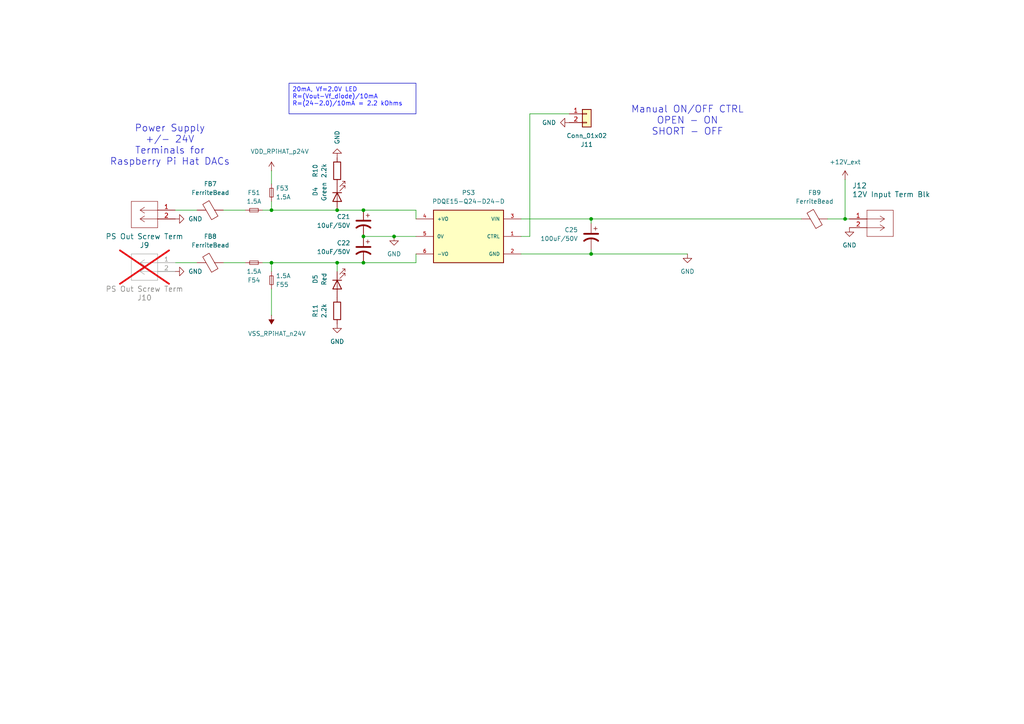
<source format=kicad_sch>
(kicad_sch (version 20231120) (generator "eeschema") (generator_version "8.0")
  (paper "A4")
  (title_block (title "+24V DC/DC module for RPi HAT") (date "2024-04-04") (rev "1.0"))
  (lib_symbols
    (symbol "BCRL_power_supply:OSTVN02A150" (pin_names (offset 0.254) hide)
      (property "Reference" "J" (at 8.89 6.35 0))
      (property "Value" "OSTVN02A150" (at 5.08 -6.35 0))
      (symbol "OSTVN02A150_1_1"
        (polyline (pts (xy 5.08 -5.08) (xy 12.7 -5.08)) (stroke (width 0.127)))
        (polyline (pts (xy 5.08 2.54) (xy 5.08 -5.08)) (stroke (width 0.127)))
        (polyline (pts (xy 10.16 -2.54) (xy 5.08 -2.54)) (stroke (width 0.127)))
        (polyline (pts (xy 10.16 -2.54) (xy 8.89 -3.3867)) (stroke (width 0.127)))
        (polyline (pts (xy 10.16 -2.54) (xy 8.89 -1.6933)) (stroke (width 0.127)))
        (polyline (pts (xy 10.16 0) (xy 5.08 0)) (stroke (width 0.127)))
        (polyline (pts (xy 10.16 0) (xy 8.89 -0.8467)) (stroke (width 0.127)))
        (polyline (pts (xy 10.16 0) (xy 8.89 0.8467)) (stroke (width 0.127)))
        (polyline (pts (xy 12.7 -5.08) (xy 12.7 2.54)) (stroke (width 0.127)))
        (polyline (pts (xy 12.7 2.54) (xy 5.08 2.54)) (stroke (width 0.127)))
        (pin unspecified line (at 0 0 0) (length 5.08) (name "1") (number "1"))
        (pin unspecified line (at 0 -2.54 0) (length 5.08) (name "2") (number "2"))
      )
      (symbol "OSTVN02A150_1_2"
        (polyline (pts (xy 5.08 -5.08) (xy 12.7 -5.08)) (stroke (width 0.127)))
        (polyline (pts (xy 5.08 2.54) (xy 5.08 -5.08)) (stroke (width 0.127)))
        (polyline (pts (xy 7.62 -2.54) (xy 5.08 -2.54)) (stroke (width 0.127)))
        (polyline (pts (xy 7.62 -2.54) (xy 8.89 -3.3867)) (stroke (width 0.127)))
        (polyline (pts (xy 7.62 -2.54) (xy 8.89 -1.6933)) (stroke (width 0.127)))
        (polyline (pts (xy 7.62 0) (xy 5.08 0)) (stroke (width 0.127)))
        (polyline (pts (xy 7.62 0) (xy 8.89 -0.8467)) (stroke (width 0.127)))
        (polyline (pts (xy 7.62 0) (xy 8.89 0.8467)) (stroke (width 0.127)))
        (polyline (pts (xy 12.7 -5.08) (xy 12.7 2.54)) (stroke (width 0.127)))
        (polyline (pts (xy 12.7 2.54) (xy 5.08 2.54)) (stroke (width 0.127)))
        (pin unspecified line (at 0 0 0) (length 5.08) (name "1") (number "1"))
        (pin unspecified line (at 0 -2.54 0) (length 5.08) (name "2") (number "2"))
      )
    )
    (symbol "BCRL_power_supply:PDQE15-Q48-D24-D" (pin_names (offset 1.016))
      (property "Reference" "PS" (at -10.16 8.382 0))
      (property "Value" "PDQE15-Q48-D24-D" (at -10.16 -10.16 0))
      (symbol "PDQE15-Q48-D24-D_0_0"
        (rectangle (start -10.16 -7.62) (end 10.16 7.62) (stroke (width 0.254)) (fill (type background)))
        (pin input line (at -15.24 0 0) (length 5.08) (name "CTRL") (number "1"))
        (pin power_in line (at -15.24 -5.08 0) (length 5.08) (name "GND") (number "2"))
        (pin input line (at -15.24 5.08 0) (length 5.08) (name "VIN") (number "3"))
        (pin output line (at 15.24 5.08 180) (length 5.08) (name "+VO") (number "4"))
        (pin output line (at 15.24 0 180) (length 5.08) (name "0V") (number "5"))
        (pin output line (at 15.24 -5.08 180) (length 5.08) (name "-VO") (number "6"))
      )
    )
    (symbol "C_Polarized_US_1" (pin_numbers hide) (pin_names (offset 0.254) hide)
      (property "Reference" "C" (at 0.635 2.54 0))
      (property "Value" "C_Polarized_US" (at 0.635 -2.54 0))
      (symbol "C_Polarized_US_1_0_1"
        (polyline (pts (xy -2.032 0.762) (xy 2.032 0.762)) (stroke (width 0.508)))
        (polyline (pts (xy -1.778 2.286) (xy -0.762 2.286)))
        (polyline (pts (xy -1.27 1.778) (xy -1.27 2.794)))
        (arc (start 2.032 -1.27) (mid 0 -0.5572) (end -2.032 -1.27) (stroke (width 0.508)))
      )
      (symbol "C_Polarized_US_1_1_1"
        (pin passive line (at 0 3.81 270) (length 2.794) (name "~") (number "1"))
        (pin passive line (at 0 -3.81 90) (length 3.302) (name "~") (number "2"))
      )
    )
    (symbol "Connector_Generic:Conn_01x02" (pin_names (offset 1.016) hide)
      (property "Reference" "J" (at 0 2.54 0))
      (property "Value" "Conn_01x02" (at 0 -5.08 0))
      (symbol "Conn_01x02_1_1"
        (rectangle (start -1.27 -2.413) (end 0 -2.667) (stroke (width 0.1524)))
        (rectangle (start -1.27 0.127) (end 0 -0.127) (stroke (width 0.1524)))
        (rectangle (start -1.27 1.27) (end 1.27 -3.81) (stroke (width 0.254)) (fill (type background)))
        (pin passive line (at -5.08 0 0) (length 3.81) (name "Pin_1") (number "1"))
        (pin passive line (at -5.08 -2.54 0) (length 3.81) (name "Pin_2") (number "2"))
      )
    )
    (symbol "Device:C_Polarized_US" (pin_numbers hide) (pin_names (offset 0.254) hide)
      (property "Reference" "C" (at 0.635 2.54 0))
      (property "Value" "C_Polarized_US" (at 0.635 -2.54 0))
      (symbol "C_Polarized_US_0_1"
        (polyline (pts (xy -2.032 0.762) (xy 2.032 0.762)) (stroke (width 0.508)))
        (polyline (pts (xy -1.778 2.286) (xy -0.762 2.286)))
        (polyline (pts (xy -1.27 1.778) (xy -1.27 2.794)))
        (arc (start 2.032 -1.27) (mid 0 -0.5572) (end -2.032 -1.27) (stroke (width 0.508)))
      )
      (symbol "C_Polarized_US_1_1"
        (pin passive line (at 0 3.81 270) (length 2.794) (name "~") (number "1"))
        (pin passive line (at 0 -3.81 90) (length 3.302) (name "~") (number "2"))
      )
    )
    (symbol "Device:FerriteBead" (pin_numbers hide) (pin_names (offset 0))
      (property "Reference" "FB" (at -3.81 0.635 90))
      (property "Value" "FerriteBead" (at 3.81 0 90))
      (symbol "FerriteBead_0_1"
        (polyline (pts (xy 0 -1.27) (xy 0 -1.2192)))
        (polyline (pts (xy 0 1.27) (xy 0 1.2954)))
        (polyline (pts (xy -2.7686 0.4064) (xy -1.7018 2.2606) (xy 2.7686 -0.3048) (xy 1.6764 -2.159) (xy -2.7686 0.4064)))
      )
      (symbol "FerriteBead_1_1"
        (pin passive line (at 0 3.81 270) (length 2.54) (name "~") (number "1"))
        (pin passive line (at 0 -3.81 90) (length 2.54) (name "~") (number "2"))
      )
    )
    (symbol "Device:Fuse_Small" (pin_numbers hide) (pin_names (offset 0.254) hide)
      (property "Reference" "F" (at 0 -1.524 0))
      (property "Value" "Fuse_Small" (at 0 1.524 0))
      (symbol "Fuse_Small_0_1"
        (rectangle (start -1.27 0.508) (end 1.27 -0.508))
        (polyline (pts (xy -1.27 0) (xy 1.27 0)))
      )
      (symbol "Fuse_Small_1_1"
        (pin passive line (at -2.54 0 0) (length 1.27) (name "~") (number "1"))
        (pin passive line (at 2.54 0 180) (length 1.27) (name "~") (number "2"))
      )
    )
    (symbol "Device:LED" (pin_numbers hide) (pin_names (offset 1.016) hide)
      (property "Reference" "D" (at 0 2.54 0))
      (property "Value" "LED" (at 0 -2.54 0))
      (symbol "LED_0_1"
        (polyline (pts (xy -1.27 -1.27) (xy -1.27 1.27)) (stroke (width 0.254)))
        (polyline (pts (xy -1.27 0) (xy 1.27 0)))
        (polyline (pts (xy 1.27 -1.27) (xy 1.27 1.27) (xy -1.27 0) (xy 1.27 -1.27)) (stroke (width 0.254)))
        (polyline (pts (xy -3.048 -0.762) (xy -4.572 -2.286) (xy -3.81 -2.286) (xy -4.572 -2.286) (xy -4.572 -1.524)))
        (polyline (pts (xy -1.778 -0.762) (xy -3.302 -2.286) (xy -2.54 -2.286) (xy -3.302 -2.286) (xy -3.302 -1.524)))
      )
      (symbol "LED_1_1"
        (pin passive line (at -3.81 0 0) (length 2.54) (name "K") (number "1"))
        (pin passive line (at 3.81 0 180) (length 2.54) (name "A") (number "2"))
      )
    )
    (symbol "Device:R" (pin_numbers hide) (pin_names (offset 0))
      (property "Reference" "R" (at 2.032 0 90))
      (property "Value" "R" (at 0 0 90))
      (symbol "R_0_1"
        (rectangle (start -1.016 -2.54) (end 1.016 2.54) (stroke (width 0.254)))
      )
      (symbol "R_1_1"
        (pin passive line (at 0 3.81 270) (length 1.27) (name "~") (number "1"))
        (pin passive line (at 0 -3.81 90) (length 1.27) (name "~") (number "2"))
      )
    )
    (symbol "GND_1" (power) (pin_numbers hide) (pin_names (offset 0) hide)
      (property "Value" "GND" (at 0 -3.81 0))
      (symbol "GND_1_0_1"
        (polyline (pts (xy 0 0) (xy 0 -1.27) (xy 1.27 -1.27) (xy 0 -2.54) (xy -1.27 -1.27) (xy 0 -1.27)))
      )
      (symbol "GND_1_1_1"
        (pin power_in line (at 0 0 270) (length 0) hide (name "GND") (number "1"))
      )
    )
    (symbol "GND_4" (power) (pin_numbers hide) (pin_names (offset 0) hide)
      (property "Value" "GND" (at 0 -3.81 0))
      (symbol "GND_4_0_1"
        (polyline (pts (xy 0 0) (xy 0 -1.27) (xy 1.27 -1.27) (xy 0 -2.54) (xy -1.27 -1.27) (xy 0 -1.27)))
      )
      (symbol "GND_4_1_1"
        (pin power_in line (at 0 0 270) (length 0) hide (name "GND") (number "1"))
      )
    )
    (symbol "power:+12V" (power) (pin_numbers hide) (pin_names (offset 0) hide)
      (property "Value" "+12V" (at 0 3.556 0))
      (symbol "+12V_0_1"
        (polyline (pts (xy -0.762 1.27) (xy 0 2.54)))
        (polyline (pts (xy 0 0) (xy 0 2.54)))
        (polyline (pts (xy 0 2.54) (xy 0.762 1.27)))
      )
      (symbol "+12V_1_1"
        (pin power_in line (at 0 0 90) (length 0) (name "~") (number "1"))
      )
    )
    (symbol "power:GND" (power) (pin_numbers hide) (pin_names (offset 0) hide)
      (property "Value" "GND" (at 0 -3.81 0))
      (symbol "GND_0_1"
        (polyline (pts (xy 0 0) (xy 0 -1.27) (xy 1.27 -1.27) (xy 0 -2.54) (xy -1.27 -1.27) (xy 0 -1.27)))
      )
      (symbol "GND_1_1"
        (pin power_in line (at 0 0 270) (length 0) hide (name "GND") (number "1"))
      )
    )
    (symbol "power:VDD" (power) (pin_numbers hide) (pin_names (offset 0) hide)
      (property "Value" "VDD" (at 0 3.556 0))
      (symbol "VDD_0_1"
        (polyline (pts (xy -0.762 1.27) (xy 0 2.54)))
        (polyline (pts (xy 0 0) (xy 0 2.54)))
        (polyline (pts (xy 0 2.54) (xy 0.762 1.27)))
      )
      (symbol "VDD_1_1"
        (pin power_in line (at 0 0 90) (length 0) (name "~") (number "1"))
      )
    )
    (symbol "power:VSS" (power) (pin_numbers hide) (pin_names (offset 0) hide)
      (property "Value" "VSS" (at 0 3.556 0))
      (symbol "VSS_0_1"
        (polyline (pts (xy 0 0) (xy 0 2.54)))
        (polyline (pts (xy 0.762 1.27) (xy -0.762 1.27) (xy 0 2.54) (xy 0.762 1.27)) (fill (type outline)))
      )
      (symbol "VSS_1_1"
        (pin power_in line (at 0 0 90) (length 0) (name "~") (number "1"))
      )
    )
  )
  (junction (at 105.41 68.58))
  (junction (at 97.79 76.2))
  (junction (at 78.74 60.96))
  (junction (at 114.3 68.58))
  (junction (at 171.45 63.5))
  (junction (at 105.41 60.96))
  (junction (at 105.41 76.2))
  (junction (at 245.11 63.5))
  (junction (at 171.45 73.66))
  (junction (at 78.74 76.2))
  (junction (at 97.79 60.96))
  (wire (pts (xy 240.03 63.5) (xy 245.11 63.5)))
  (wire (pts (xy 97.79 76.2) (xy 105.41 76.2)))
  (wire (pts (xy 114.3 68.58) (xy 105.41 68.58)))
  (wire (pts (xy 78.74 58.42) (xy 78.74 60.96)))
  (wire (pts (xy 120.65 73.66) (xy 120.65 76.2)))
  (wire (pts (xy 151.13 63.5) (xy 171.45 63.5)))
  (wire (pts (xy 171.45 63.5) (xy 232.41 63.5)))
  (wire (pts (xy 171.45 63.5) (xy 171.45 64.77)))
  (wire (pts (xy 78.74 78.74) (xy 78.74 76.2)))
  (wire (pts (xy 97.79 60.96) (xy 105.41 60.96)))
  (wire (pts (xy 120.65 60.96) (xy 105.41 60.96)))
  (wire (pts (xy 245.11 63.5) (xy 246.38 63.5)))
  (wire (pts (xy 64.77 76.2) (xy 71.12 76.2)))
  (wire (pts (xy 50.8 76.2) (xy 57.15 76.2)))
  (wire (pts (xy 120.65 68.58) (xy 114.3 68.58)))
  (wire (pts (xy 165.1 33.02) (xy 153.67 33.02)))
  (wire (pts (xy 50.8 60.96) (xy 57.15 60.96)))
  (wire (pts (xy 171.45 72.39) (xy 171.45 73.66)))
  (wire (pts (xy 120.65 63.5) (xy 120.65 60.96)))
  (wire (pts (xy 171.45 73.66) (xy 151.13 73.66)))
  (wire (pts (xy 97.79 78.74) (xy 97.79 76.2)))
  (wire (pts (xy 153.67 68.58) (xy 151.13 68.58)))
  (wire (pts (xy 78.74 49.53) (xy 78.74 53.34)))
  (wire (pts (xy 78.74 60.96) (xy 97.79 60.96)))
  (wire (pts (xy 76.2 60.96) (xy 78.74 60.96)))
  (wire (pts (xy 78.74 91.44) (xy 78.74 83.82)))
  (wire (pts (xy 120.65 76.2) (xy 105.41 76.2)))
  (wire (pts (xy 171.45 73.66) (xy 199.39 73.66)))
  (wire (pts (xy 64.77 60.96) (xy 71.12 60.96)))
  (wire (pts (xy 245.11 52.07) (xy 245.11 63.5)))
  (wire (pts (xy 78.74 76.2) (xy 97.79 76.2)))
  (wire (pts (xy 76.2 76.2) (xy 78.74 76.2)))
  (wire (pts (xy 153.67 33.02) (xy 153.67 68.58)))
  (text_box "20mA, Vf=2.0V LED \nR=(Vout-Vf_diode)/10mA \nR=(24-2.0)/10mA = 2.2 kOhms  \n\n" (at 83.82 24.13 0) (size 36.83 8.89) (effects (font (size 1.27 1.27)) (justify left top)))
  (text "Power Supply\n+/- 24V\nTerminals for\nRaspberry Pi Hat DACs\n" (at 49.276 42.164 0) (effects (font (size 2 2))))
  (text "Manual ON/OFF CTRL\nOPEN - ON\nSHORT - OFF" (at 199.39 35.052 0) (effects (font (size 2 2))))
  (symbol (lib_id "Device:Fuse_Small") (at 78.74 81.28 90) (mirror x) (unit 1)
    (property "Reference" "F55" (at 80.01 82.5501 90) (effects (justify right)))
    (property "Value" "1.5A" (at 80.01 80.0101 90) (effects (justify right)))
    (property "Footprint" "BCRL_power_supply:ERBRE0R50V" (effects (hide yes)))
    (property "Datasheet" "https://www.mouser.ca/datasheet/2/315/AFA0000C7-1025982.pdf" (effects (hide yes)))
    (property "Description" "SMD Fuse 0603" (effects (hide yes)))
    (property "PN" "ERB-RE1R50V" (effects (hide yes)))
    (property "Mfr" "Panasonic" (effects (hide yes)))
  )
  (symbol (lib_id "power:GND") (at 97.79 45.72 0) (mirror x) (unit 1)
    (property "Reference" "#PWR033" (effects (hide yes)))
    (property "Value" "GND" (at 97.79 41.91 90) (effects (justify right)))
  )
  (symbol (lib_name "C_Polarized_US_1") (lib_id "Device:C_Polarized_US") (at 105.41 64.77 0) (mirror y) (unit 1)
    (property "Reference" "C21" (at 101.6 62.8649 0) (effects (justify left)))
    (property "Value" "10uF/50V" (at 101.6 65.4049 0) (effects (justify left)))
    (property "Footprint" "BCRL_power_supply:CAPPM7344X310N" (effects (hide yes)))
    (property "Datasheet" "https://www.mouser.ca/datasheet/2/40/TAJ-3165264.pdf" (effects (hide yes)))
    (property "Description" "Tantalum Capacitor" (effects (hide yes)))
    (property "PN" "TAJD106M050RNJ" (effects (hide yes)))
    (property "Mfr" "KYOCERA AVX" (effects (hide yes)))
  )
  (symbol (lib_id "Device:LED") (at 97.79 82.55 90) (mirror x) (unit 1)
    (property "Reference" "D5" (at 91.44 80.9625 0))
    (property "Value" "Red" (at 93.98 80.9625 0))
    (property "Footprint" "BCRL_power_supply:LEDC1608X80N" (effects (hide yes)))
    (property "Datasheet" "https://www.we-online.com/catalog/datasheet/150060VS75000.pdf" (effects (hide yes)))
    (property "Description" "LED red 20mA Vf=2V" (effects (hide yes)))
    (property "PN" "150060RS75000" (effects (hide yes)))
    (property "Mfr" "Wurth Elektronik" (effects (hide yes)))
  )
  (symbol (lib_id "Device:FerriteBead") (at 60.96 76.2 270) (mirror x) (unit 1)
    (property "Reference" "FB8" (at 61.0108 68.58 90))
    (property "Value" "FerriteBead" (at 61.0108 71.12 90))
    (property "Footprint" "BCRL_power_supply:BEADC1005X55N" (effects (hide yes)))
    (property "Datasheet" "https://product.tdk.com/system/files/dam/doc/product/emc/emc/suppression-filter/catalog/suppression-filter_commercial_maf1005p_en.pdf" (effects (hide yes)))
    (property "Description" "Ferrite bead 9 mOhm 6A" (effects (hide yes)))
    (property "PN" "MAF1005PAD120CT000" (effects (hide yes)))
    (property "Mfr" "TDK" (effects (hide yes)))
  )
  (symbol (lib_id "BCRL_power_supply:PDQE15-Q48-D24-D") (at 135.89 68.58 0) (mirror y) (unit 1)
    (property "Reference" "PS3" (at 135.89 55.88 0))
    (property "Value" "PDQE15-Q24-D24-D" (at 135.89 58.42 0))
    (property "Footprint" "BCRL_power_supply:CONV_PDQE15-Q48-D24-D" (effects (hide yes)))
    (property "Datasheet" "https://www.mouser.ca/datasheet/2/670/pdqe15_d-1596060.pdf" (effects (hide yes)))
    (property "Description" "DC/DC 12Vin +/-24V 15W 312 mA" (effects (hide yes)))
    (property "PARTREV" "1.0" (effects (hide yes)))
    (property "MAXIMUM_PACKAGE_HEIGHT" "11.70mm" (effects (hide yes)))
    (property "MANUFACTURER" "CUI Inc." (effects (hide yes)))
    (property "PN" "PDQE15-Q24-D24-D" (effects (hide yes)))
    (property "Mfr" "CUI" (effects (hide yes)))
  )
  (symbol (lib_id "Device:FerriteBead") (at 236.22 63.5 270) (mirror x) (unit 1)
    (property "Reference" "FB9" (at 236.2708 55.88 90))
    (property "Value" "FerriteBead" (at 236.2708 58.42 90))
    (property "Footprint" "BCRL_power_supply:BEADC1005X55N" (effects (hide yes)))
    (property "Datasheet" "https://product.tdk.com/system/files/dam/doc/product/emc/emc/suppression-filter/catalog/suppression-filter_commercial_maf1005p_en.pdf" (effects (hide yes)))
    (property "Description" "Ferrite bead 9 mOhm 6A" (effects (hide yes)))
    (property "PN" "MAF1005PAD120CT000" (effects (hide yes)))
    (property "Mfr" "TDK" (effects (hide yes)))
  )
  (symbol (lib_id "power:GND") (at 246.38 66.04 0) (mirror y) (unit 1)
    (property "Reference" "#PWR037" (effects (hide yes)))
    (property "Value" "GND" (at 246.38 71.12 0))
  )
  (symbol (lib_name "GND_4") (lib_id "power:GND") (at 50.8 78.74 90) (mirror x) (unit 1)
    (property "Reference" "#PWR030" (effects (hide yes)))
    (property "Value" "GND" (at 54.61 78.74 90) (effects (justify right)))
  )
  (symbol (lib_id "BCRL_power_supply:OSTVN02A150") (at 50.8 60.96 0) (mirror y) (unit 1)
    (property "Reference" "J9" (at 41.91 71.12 0) (effects (font (size 1.524 1.524))))
    (property "Value" "PS Out Screw Term" (at 41.91 68.58 0) (effects (font (size 1.524 1.524))))
    (property "Footprint" "BCRL_power_supply:CONN_OSTVN02A150_OST" (effects (hide yes)))
    (property "Datasheet" "https://mm.digikey.com/Volume0/opasdata/d220001/medias/docus/1123/OSTVNXXA150.pdf" (effects (hide yes)))
    (property "Description" "2 Screw Terminal" (effects (hide yes)))
    (property "PN" "OSTVN02A150" (effects (hide yes)))
    (property "Mfr" "On Shore Technology Inc." (effects (hide yes)))
  )
  (symbol (lib_id "Device:LED") (at 97.79 57.15 90) (mirror x) (unit 1)
    (property "Reference" "D4" (at 91.44 55.5625 0))
    (property "Value" "Green" (at 93.98 55.5625 0))
    (property "Footprint" "BCRL_power_supply:LEDC1608X80N" (effects (hide yes)))
    (property "Datasheet" "https://www.we-online.com/catalog/datasheet/150060VS75000.pdf" (effects (hide yes)))
    (property "Description" "LED green 20mA Vf=2V" (effects (hide yes)))
    (property "SNAPEDA_PN" "150060VS75000" (effects (hide yes)))
    (property "Mfr" "Wurth Elektronik" (effects (hide yes)))
    (property "PN" "150060VS75000" (effects (hide yes)))
  )
  (symbol (lib_id "BCRL_power_supply:OSTVN02A150") (at 246.38 63.5 0) (unit 1)
    (property "Reference" "J12" (at 247.142 53.848 0) (effects (font (size 1.524 1.524)) (justify left)))
    (property "Value" "12V Input Term Blk" (at 247.142 56.388 0) (effects (font (size 1.524 1.524)) (justify left)))
    (property "Footprint" "BCRL_power_supply:CONN_OSTVN02A150_OST" (effects (hide yes)))
    (property "Datasheet" "https://mm.digikey.com/Volume0/opasdata/d220001/medias/docus/1123/OSTVNXXA150.pdf" (effects (hide yes)))
    (property "Description" "2 Screw Terminal" (effects (hide yes)))
    (property "PN" "OSTVN02A150" (effects (hide yes)))
    (property "Mfr" "On Shore Technology Inc." (effects (hide yes)))
  )
  (symbol (lib_id "BCRL_power_supply:OSTVN02A150") (at 50.8 76.2 0) (mirror y) (unit 1) (in_bom no) (dnp yes)
    (property "Reference" "J10" (at 41.91 86.36 0) (effects (font (size 1.524 1.524))))
    (property "Value" "PS Out Screw Term" (at 41.91 83.82 0) (effects (font (size 1.524 1.524))))
    (property "Footprint" "BCRL_power_supply:CONN_OSTVN02A150_OST" (effects (hide yes)))
    (property "Datasheet" "https://mm.digikey.com/Volume0/opasdata/d220001/medias/docus/1123/OSTVNXXA150.pdf" (effects (hide yes)))
    (property "PN" "OSTVN02A150" (effects (hide yes)))
  )
  (symbol (lib_id "Device:C_Polarized_US") (at 171.45 68.58 0) (mirror y) (unit 1)
    (property "Reference" "C25" (at 167.64 66.6749 0) (effects (justify left)))
    (property "Value" "100uF/50V" (at 167.64 69.2149 0) (effects (justify left)))
    (property "Footprint" "BCRL_power_supply:CAPAE1000X1050N" (effects (hide yes)))
    (property "Datasheet" "https://www.vishay.com/docs/28403/146cti.pdf" (effects (hide yes)))
    (property "Description" "Aluminum Electrolytic Capacitors" (effects (hide yes)))
    (property "PN" "MAL214699103E3" (effects (hide yes)))
    (property "Mfr" "Vishay" (effects (hide yes)))
  )
  (symbol (lib_id "Device:Fuse_Small") (at 73.66 60.96 0) (unit 1)
    (property "Reference" "F51" (at 73.66 55.88 0))
    (property "Value" "1.5A" (at 73.66 58.42 0))
    (property "Footprint" "BCRL_power_supply:ERBRE0R50V" (effects (hide yes)))
    (property "Datasheet" "https://www.mouser.ca/datasheet/2/315/AFA0000C7-1025982.pdf" (effects (hide yes)))
    (property "Description" "SMD Fuse 0603" (effects (hide yes)))
    (property "PN" "ERB-RE1R50V" (effects (hide yes)))
    (property "Mfr" "Panasonic" (effects (hide yes)))
  )
  (symbol (lib_name "C_Polarized_US_1") (lib_id "Device:C_Polarized_US") (at 105.41 72.39 0) (mirror y) (unit 1)
    (property "Reference" "C22" (at 101.6 70.4849 0) (effects (justify left)))
    (property "Value" "10uF/50V" (at 101.6 73.0249 0) (effects (justify left)))
    (property "Footprint" "BCRL_power_supply:CAPPM7344X310N" (effects (hide yes)))
    (property "Datasheet" "https://www.mouser.ca/datasheet/2/40/TAJ-3165264.pdf" (effects (hide yes)))
    (property "Description" "Tantalum Capacitor" (effects (hide yes)))
    (property "PN" "TAJD106M050RNJ" (effects (hide yes)))
    (property "Mfr" "KYOCERA AVX" (effects (hide yes)))
  )
  (symbol (lib_id "power:GND") (at 97.79 93.98 0) (mirror y) (unit 1)
    (property "Reference" "#PWR034" (effects (hide yes)))
    (property "Value" "GND" (at 97.79 99.06 0))
  )
  (symbol (lib_name "GND_4") (lib_id "power:GND") (at 50.8 63.5 90) (mirror x) (unit 1)
    (property "Reference" "#PWR029" (effects (hide yes)))
    (property "Value" "GND" (at 54.61 63.5 90) (effects (justify right)))
  )
  (symbol (lib_id "Device:R") (at 97.79 90.17 0) (mirror y) (unit 1)
    (property "Reference" "R11" (at 91.44 90.17 90))
    (property "Value" "2.2k" (at 93.98 90.17 90))
    (property "Footprint" "BCRL_power_supply:RESC1608X50N" (effects (hide yes)))
    (property "Datasheet" "https://www.vishay.com/docs/20035/dcrcwe3.pdf" (effects (hide yes)))
    (property "Description" "1/10 W" (effects (hide yes)))
    (property "PN" "CRCW06032K20JNEA" (effects (hide yes)))
    (property "Mfr" "Vishay" (effects (hide yes)))
  )
  (symbol (lib_id "power:GND") (at 114.3 68.58 0) (mirror y) (unit 1)
    (property "Reference" "#PWR0337" (effects (hide yes)))
    (property "Value" "GND" (at 114.3 73.66 0))
  )
  (symbol (lib_id "power:+12V") (at 245.11 52.07 0) (unit 1)
    (property "Reference" "#PWR028" (effects (hide yes)))
    (property "Value" "+12V_ext" (at 245.11 46.99 0))
    (property "Description" "Power symbol creates a global label with name \"+12V\"" (effects (hide yes)))
  )
  (symbol (lib_name "GND_1") (lib_id "power:GND") (at 165.1 35.56 270) (mirror x) (unit 1)
    (property "Reference" "#PWR035" (effects (hide yes)))
    (property "Value" "GND" (at 161.29 35.5599 90) (effects (justify right)))
  )
  (symbol (lib_id "Device:R") (at 97.79 49.53 0) (mirror y) (unit 1)
    (property "Reference" "R10" (at 91.44 49.53 90))
    (property "Value" "2.2k" (at 93.98 49.53 90))
    (property "Footprint" "BCRL_power_supply:RESC1608X50N" (effects (hide yes)))
    (property "Datasheet" "https://www.vishay.com/docs/20035/dcrcwe3.pdf" (effects (hide yes)))
    (property "Description" "1/10 W" (effects (hide yes)))
    (property "PN" "CRCW06032K20JNEA" (effects (hide yes)))
    (property "Mfr" "Vishay" (effects (hide yes)))
  )
  (symbol (lib_id "Device:FerriteBead") (at 60.96 60.96 270) (mirror x) (unit 1)
    (property "Reference" "FB7" (at 61.0108 53.34 90))
    (property "Value" "FerriteBead" (at 61.0108 55.88 90))
    (property "Footprint" "BCRL_power_supply:BEADC1005X55N" (effects (hide yes)))
    (property "Datasheet" "https://product.tdk.com/system/files/dam/doc/product/emc/emc/suppression-filter/catalog/suppression-filter_commercial_maf1005p_en.pdf" (effects (hide yes)))
    (property "Description" "Ferrite bead 9 mOhm 6A" (effects (hide yes)))
    (property "PN" "MAF1005PAD120CT000" (effects (hide yes)))
    (property "Mfr" "TDK" (effects (hide yes)))
  )
  (symbol (lib_id "power:GND") (at 199.39 73.66 0) (mirror y) (unit 1)
    (property "Reference" "#PWR036" (effects (hide yes)))
    (property "Value" "GND" (at 199.39 78.74 0))
  )
  (symbol (lib_id "Device:Fuse_Small") (at 73.66 76.2 0) (mirror x) (unit 1)
    (property "Reference" "F54" (at 73.66 81.28 0))
    (property "Value" "1.5A" (at 73.66 78.74 0))
    (property "Footprint" "BCRL_power_supply:ERBRE0R50V" (effects (hide yes)))
    (property "Datasheet" "https://www.mouser.ca/datasheet/2/315/AFA0000C7-1025982.pdf" (effects (hide yes)))
    (property "Description" "SMD Fuse 0603" (effects (hide yes)))
    (property "PN" "ERB-RE1R50V" (effects (hide yes)))
    (property "Mfr" "Panasonic" (effects (hide yes)))
  )
  (symbol (lib_id "power:VSS") (at 78.74 91.44 180) (unit 1)
    (property "Reference" "#PWR032" (effects (hide yes)))
    (property "Value" "VSS_RPiHAT_n24V" (at 71.882 96.774 0) (effects (justify right)))
    (property "Description" "Power symbol creates a global label with name \"VSS\"" (effects (hide yes)))
  )
  (symbol (lib_id "Connector_Generic:Conn_01x02") (at 170.18 33.02 0) (unit 1)
    (property "Reference" "J11" (at 170.18 41.91 0))
    (property "Value" "Conn_01x02" (at 170.18 39.37 0))
    (property "Footprint" "BCRL_power_supply:M20-8770242" (effects (hide yes)))
    (property "Datasheet" "https://www.mouser.ca/datasheet/2/181/M20-877-1133516.pdf" (effects (hide yes)))
    (property "Description" "1x2 pin Header SMT, Vertical " (effects (hide yes)))
    (property "PN" "M20-8770242" (effects (hide yes)))
    (property "Mfr" "Harwin" (effects (hide yes)))
  )
  (symbol (lib_id "power:VDD") (at 78.74 49.53 0) (unit 1)
    (property "Reference" "#PWR031" (effects (hide yes)))
    (property "Value" "VDD_RPiHAT_p24V" (at 72.644 43.942 0) (effects (justify left)))
    (property "Description" "Power symbol creates a global label with name \"VDD\"" (effects (hide yes)))
  )
  (symbol (lib_id "Device:Fuse_Small") (at 78.74 55.88 90) (unit 1)
    (property "Reference" "F53" (at 80.01 54.6099 90) (effects (justify right)))
    (property "Value" "1.5A" (at 80.01 57.1499 90) (effects (justify right)))
    (property "Footprint" "BCRL_power_supply:ERBRE0R50V" (effects (hide yes)))
    (property "Datasheet" "https://www.mouser.ca/datasheet/2/315/AFA0000C7-1025982.pdf" (effects (hide yes)))
    (property "Description" "SMD Fuse 0603" (effects (hide yes)))
    (property "PN" "ERB-RE1R50V" (effects (hide yes)))
    (property "Mfr" "Panasonic" (effects (hide yes)))
  )
)
</source>
